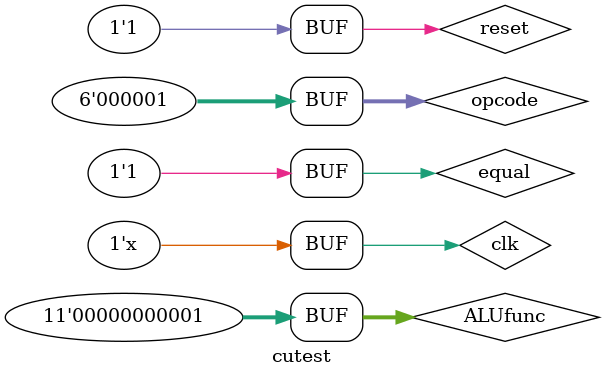
<source format=v>
`timescale 1ns / 1ps


module cutest;

	// Inputs
	reg [5:0] opcode;
	reg [10:0] ALUfunc;
	reg clk;
	reg reset;
	reg equal;

	// Outputs
	wire pc_enable;
	wire pc_select_enable;
	wire npc_enable;
	wire ir_enable;
	wire reg_write_enable;
	wire writeback_select_enable;
	wire mux1_select_enable;
	wire mux2_select_enable;
	wire [2:0] alu_op;
	wire mem_write_enable;
	wire mem_data_select_enable;

	// Instantiate the Unit Under Test (UUT)
	CU uut (
		.opcode(opcode), 
		.ALUfunc(ALUfunc), 
		.clk(clk), 
		.reset(reset), 
		.equal(equal), 
		.pc_enable(pc_enable), 
		.pc_select_enable(pc_select_enable), 
		.npc_enable(npc_enable), 
		.ir_enable(ir_enable), 
		.reg_write_enable(reg_write_enable), 
		.writeback_select_enable(writeback_select_enable), 
		.mux1_select_enable(mux1_select_enable), 
		.mux2_select_enable(mux2_select_enable), 
		.alu_op(alu_op), 
		.mem_write_enable(mem_write_enable), 
		.mem_data_select_enable(mem_data_select_enable)
	);

	initial begin
		clk = 0;
		reset = 1;
		opcode = 6'b000001;
		ALUfunc = 11'b00000000001;
		equal = 1;
		#15;
		reset = 0;
		#100
      reset = 1;
	end
      
	always begin
		#10 clk = ~clk;
	end
      
endmodule


</source>
